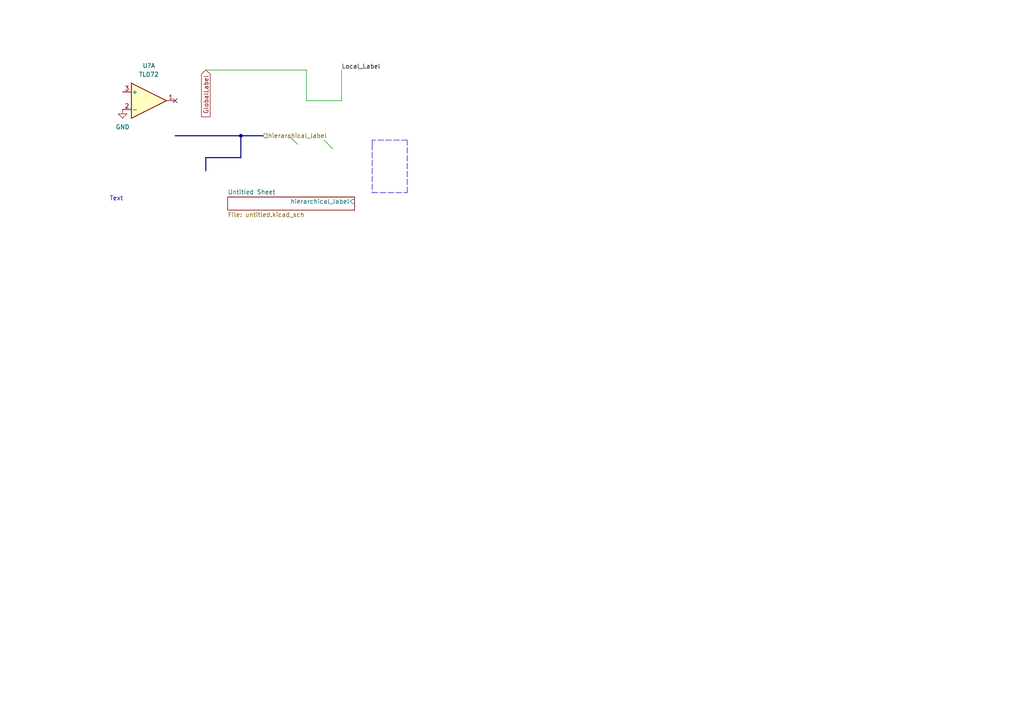
<source format=kicad_sch>
(kicad_sch (version 20211123) (generator eeschema)
  (paper "A4")
  (lib_symbols
    (symbol "Amplifier_Operational:TL072" (pin_names (offset 0.127))
      (property "Reference" "U" (at 0 5.08 0))
      (property "Value" "TL072" (at 0 -5.08 0))
      (symbol "TL072_1_1"
        (polyline (pts (xy -5.08 5.08) (xy 5.08 0) (xy -5.08 -5.08) (xy -5.08 5.08)) (stroke (width 0.254)) (fill (type background)))
        (pin output line (at 7.62 0 180) (length 2.54) (name "~") (number "1"))
        (pin input line (at -7.62 -2.54 0) (length 2.54) (name "-") (number "2"))
        (pin input line (at -7.62 2.54 0) (length 2.54) (name "+") (number "3"))
      )
      (symbol "TL072_2_1"
        (polyline (pts (xy -5.08 5.08) (xy 5.08 0) (xy -5.08 -5.08) (xy -5.08 5.08)) (stroke (width 0.254)) (fill (type background)))
        (pin input line (at -7.62 2.54 0) (length 2.54) (name "+") (number "5"))
        (pin input line (at -7.62 -2.54 0) (length 2.54) (name "-") (number "6"))
        (pin output line (at 7.62 0 180) (length 2.54) (name "~") (number "7"))
      )
      (symbol "TL072_3_1"
        (pin power_in line (at -2.54 -7.62 90) (length 3.81) (name "V-") (number "4"))
        (pin power_in line (at -2.54 7.62 270) (length 3.81) (name "V+") (number "8"))
      )
    )
    (symbol "power:GND" (power) (pin_names (offset 0))
      (property "Value" "GND" (at 0 -3.81 0))
      (symbol "GND_0_1"
        (polyline (pts (xy 0 0) (xy 0 -1.27) (xy 1.27 -1.27) (xy 0 -2.54) (xy -1.27 -1.27) (xy 0 -1.27)))
      )
      (symbol "GND_1_1"
        (pin power_in line (at 0 0 270) (length 0) hide (name "GND") (number "1"))
      )
    )
  )
  (junction (at 69.85 39.37))
  (no_connect (at 50.8 29.21))
  (bus_entry (at 83.82 39.37) (size 2.54 2.54))
  (bus_entry (at 93.98 40.64) (size 2.54 2.54))
  (wire (pts (xy 88.9 29.21) (xy 99.06 29.21)))
  (polyline (pts (xy 107.95 41.91) (xy 107.95 55.88)))
  (bus (pts (xy 50.8 39.37) (xy 69.85 39.37)))
  (polyline (pts (xy 107.95 40.64) (xy 107.95 41.91)))
  (wire (pts (xy 88.9 20.32) (xy 88.9 29.21)))
  (bus (pts (xy 69.85 39.37) (xy 76.2 39.37)))
  (polyline (pts (xy 118.11 40.64) (xy 107.95 40.64)))
  (wire (pts (xy 99.06 20.32) (xy 99.06 29.21)))
  (polyline (pts (xy 107.95 55.88) (xy 118.11 55.88)))
  (bus (pts (xy 69.85 39.37) (xy 69.85 45.72)))
  (bus (pts (xy 59.69 45.72) (xy 59.69 49.53)))
  (polyline (pts (xy 118.11 55.88) (xy 118.11 40.64)))
  (bus (pts (xy 69.85 45.72) (xy 59.69 45.72)))
  (wire (pts (xy 59.69 20.32) (xy 88.9 20.32)))
  (text "Text\n" (at 31.75 58.42 0) (effects (font (size 1.27 1.27)) (justify left bottom)))
  (label "Local_Label" (at 99.06 20.32 0))
  (global_label "GlobalLabel" (shape input) (at 59.69 20.32 270) (property "Intersheet References" "${INTERSHEET_REFS}" (effects hide)))
  (hierarchical_label "hierarchical_label" (shape input) (at 76.2 39.37 0))
  (symbol (lib_id "Amplifier_Operational:TL072") (at 43.18 29.21 0) (unit 1)
    (property "Reference" "U?" (at 43.18 19.05 0))
    (property "Value" "TL072" (at 43.18 21.59 0))
    (property "Datasheet" "http://www.ti.com/lit/ds/symlink/tl071.pdf" (effects hide))
  )
  (symbol (lib_id "power:GND") (at 35.56 31.75 0) (unit 1)
    (property "Reference" "#PWR?" (effects hide))
    (property "Value" "GND" (at 35.56 36.83 0))
  )
  (sheet (at 66.04 57.15) (size 36.83 3.81) (stroke (width 0.1524))
    (property "Sheet name" "Untitled Sheet" (at 66.04 56.4384 0) (effects (justify left bottom)))
    (property "Sheet file" "untitled.kicad_sch" (at 66.04 61.5446 0) (effects (justify left top)))
    (pin "hierarchical_label" input (at 102.87 58.42 0))
  )
)
</source>
